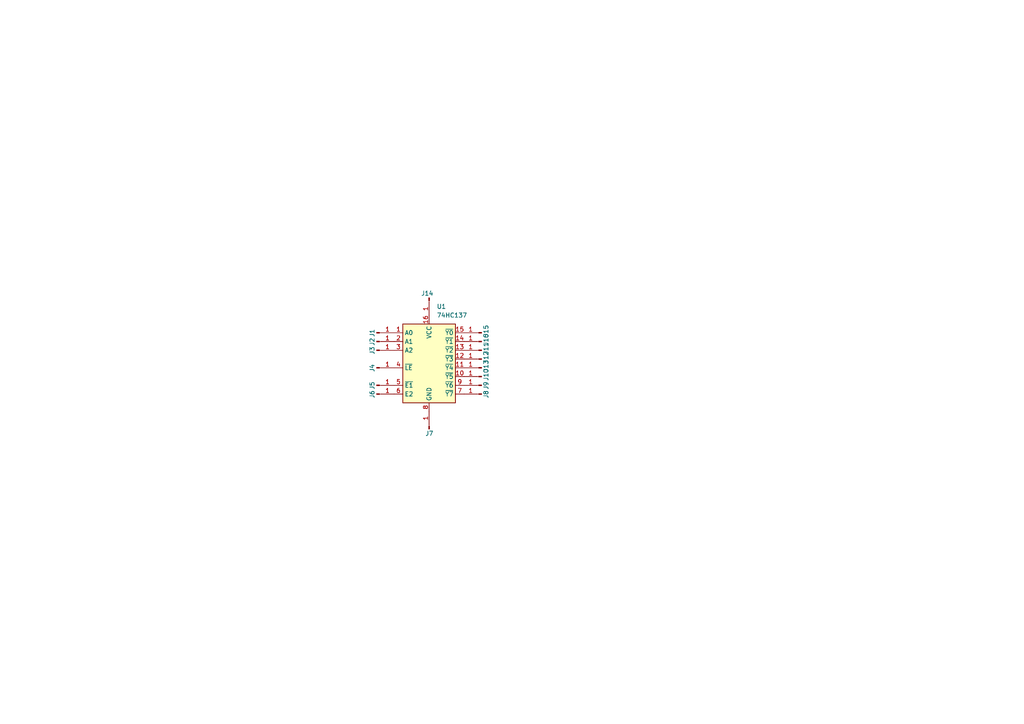
<source format=kicad_sch>
(kicad_sch (version 20230121) (generator eeschema)
  (paper "A4")
  (lib_symbols
    (symbol "74xx:74HC137"
      (property "Reference" "U" (at -7.62 13.97 0))
      (property "Value" "74HC137" (at 2.54 -11.43 0))
      (symbol "74HC137_0_1"
        (rectangle (start -7.62 12.7) (end 7.62 -10.16) (stroke (width 0.254)) (fill (type background)))
      )
      (symbol "74HC137_1_1"
        (pin input line (at -10.16 10.16 0) (length 2.54) (name "A0") (number "1"))
        (pin output line (at 10.16 -2.54 180) (length 2.54) (name "~{Y5}") (number "10"))
        (pin output line (at 10.16 0 180) (length 2.54) (name "~{Y4}") (number "11"))
        (pin output line (at 10.16 2.54 180) (length 2.54) (name "~{Y3}") (number "12"))
        (pin output line (at 10.16 5.08 180) (length 2.54) (name "~{Y2}") (number "13"))
        (pin output line (at 10.16 7.62 180) (length 2.54) (name "~{Y1}") (number "14"))
        (pin output line (at 10.16 10.16 180) (length 2.54) (name "~{Y0}") (number "15"))
        (pin power_in line (at 0 15.24 270) (length 2.54) (name "VCC") (number "16"))
        (pin input line (at -10.16 7.62 0) (length 2.54) (name "A1") (number "2"))
        (pin input line (at -10.16 5.08 0) (length 2.54) (name "A2") (number "3"))
        (pin input line (at -10.16 0 0) (length 2.54) (name "~{LE}") (number "4"))
        (pin input line (at -10.16 -5.08 0) (length 2.54) (name "~{E1}") (number "5"))
        (pin input line (at -10.16 -7.62 0) (length 2.54) (name "E2") (number "6"))
        (pin output line (at 10.16 -7.62 180) (length 2.54) (name "~{Y7}") (number "7"))
        (pin power_in line (at 0 -12.7 90) (length 2.54) (name "GND") (number "8"))
        (pin output line (at 10.16 -5.08 180) (length 2.54) (name "~{Y6}") (number "9"))
      )
    )
    (symbol "Connector:Conn_01x01_Pin" (pin_names (offset 1.016) hide)
      (property "Reference" "J" (at 0 2.54 0))
      (property "Value" "Conn_01x01_Pin" (at 0 -2.54 0))
      (symbol "Conn_01x01_Pin_1_1"
        (polyline (pts (xy 1.27 0) (xy 0.8636 0)) (stroke (width 0.1524)))
        (rectangle (start 0.8636 0.127) (end 0 -0.127) (stroke (width 0.1524)) (fill (type outline)))
        (pin passive line (at 5.08 0 180) (length 3.81) (name "Pin_1") (number "1"))
      )
    )
  )
  (symbol (lib_id "Connector:Conn_01x01_Pin") (at 139.7 114.3 0) (mirror y) (unit 1)
    (property "Reference" "J8" (at 140.97 115.57 90) (effects (justify left)))
    (property "Value" "Conn_01x01_Pin" (effects hide))
    (property "Footprint" "CustSymbols:ManhattanPad" (effects hide))
  )
  (symbol (lib_id "Connector:Conn_01x01_Pin") (at 109.22 96.52 0) (unit 1)
    (property "Reference" "J1" (at 107.95 97.79 90) (effects (justify left)))
    (property "Value" "Conn_01x01_Pin" (effects hide))
    (property "Footprint" "CustSymbols:ManhattanPad" (effects hide))
  )
  (symbol (lib_id "Connector:Conn_01x01_Pin") (at 139.7 109.22 0) (mirror y) (unit 1)
    (property "Reference" "J10" (at 140.97 110.49 90) (effects (justify left)))
    (property "Value" "Conn_01x01_Pin" (effects hide))
    (property "Footprint" "CustSymbols:ManhattanPad" (effects hide))
  )
  (symbol (lib_id "Connector:Conn_01x01_Pin") (at 109.22 99.06 0) (unit 1)
    (property "Reference" "J2" (at 107.95 100.33 90) (effects (justify left)))
    (property "Value" "Conn_01x01_Pin" (effects hide))
    (property "Footprint" "CustSymbols:ManhattanPad" (effects hide))
  )
  (symbol (lib_id "Connector:Conn_01x01_Pin") (at 109.22 114.3 0) (unit 1)
    (property "Reference" "J6" (at 107.95 115.57 90) (effects (justify left)))
    (property "Value" "Conn_01x01_Pin" (effects hide))
    (property "Footprint" "CustSymbols:ManhattanPad" (effects hide))
  )
  (symbol (lib_id "Connector:Conn_01x01_Pin") (at 139.7 111.76 0) (mirror y) (unit 1)
    (property "Reference" "J9" (at 140.97 113.03 90) (effects (justify left)))
    (property "Value" "Conn_01x01_Pin" (effects hide))
    (property "Footprint" "CustSymbols:ManhattanPad" (effects hide))
  )
  (symbol (lib_id "Connector:Conn_01x01_Pin") (at 109.22 106.68 0) (unit 1)
    (property "Reference" "J4" (at 107.95 107.95 90) (effects (justify left)))
    (property "Value" "Conn_01x01_Pin" (effects hide))
    (property "Footprint" "CustSymbols:ManhattanPad" (effects hide))
  )
  (symbol (lib_id "74xx:74HC137") (at 124.46 106.68 0) (unit 1)
    (property "Reference" "U1" (at 126.6541 88.9 0) (effects (justify left)))
    (property "Value" "74HC137" (at 126.6541 91.44 0) (effects (justify left)))
    (property "Footprint" "Package_SO:SOIC-16_3.9x9.9mm_P1.27mm" (effects hide))
    (property "Datasheet" "http://www.ti.com/lit/ds/symlink/cd74hc237.pdf" (effects hide))
  )
  (symbol (lib_id "Connector:Conn_01x01_Pin") (at 139.7 104.14 0) (mirror y) (unit 1)
    (property "Reference" "J12" (at 140.97 105.41 90) (effects (justify left)))
    (property "Value" "Conn_01x01_Pin" (effects hide))
    (property "Footprint" "CustSymbols:ManhattanPad" (effects hide))
  )
  (symbol (lib_id "Connector:Conn_01x01_Pin") (at 139.7 101.6 0) (mirror y) (unit 1)
    (property "Reference" "J11" (at 140.97 102.87 90) (effects (justify left)))
    (property "Value" "Conn_01x01_Pin" (effects hide))
    (property "Footprint" "CustSymbols:ManhattanPad" (effects hide))
  )
  (symbol (lib_id "Connector:Conn_01x01_Pin") (at 109.22 111.76 0) (unit 1)
    (property "Reference" "J5" (at 107.95 113.03 90) (effects (justify left)))
    (property "Value" "Conn_01x01_Pin" (effects hide))
    (property "Footprint" "CustSymbols:ManhattanPad" (effects hide))
  )
  (symbol (lib_id "Connector:Conn_01x01_Pin") (at 124.46 86.36 90) (mirror x) (unit 1)
    (property "Reference" "J14" (at 125.73 85.09 90) (effects (justify left)))
    (property "Value" "Conn_01x01_Pin" (effects hide))
    (property "Footprint" "CustSymbols:ManhattanPad" (effects hide))
  )
  (symbol (lib_id "Connector:Conn_01x01_Pin") (at 139.7 99.06 0) (mirror y) (unit 1)
    (property "Reference" "J16" (at 140.97 100.33 90) (effects (justify left)))
    (property "Value" "Conn_01x01_Pin" (effects hide))
    (property "Footprint" "CustSymbols:ManhattanPad" (effects hide))
  )
  (symbol (lib_id "Connector:Conn_01x01_Pin") (at 109.22 101.6 0) (unit 1)
    (property "Reference" "J3" (at 107.95 102.87 90) (effects (justify left)))
    (property "Value" "Conn_01x01_Pin" (effects hide))
    (property "Footprint" "CustSymbols:ManhattanPad" (effects hide))
  )
  (symbol (lib_id "Connector:Conn_01x01_Pin") (at 139.7 96.52 0) (mirror y) (unit 1)
    (property "Reference" "J15" (at 140.97 97.79 90) (effects (justify left)))
    (property "Value" "Conn_01x01_Pin" (effects hide))
    (property "Footprint" "CustSymbols:ManhattanPad" (effects hide))
  )
  (symbol (lib_id "Connector:Conn_01x01_Pin") (at 139.7 106.68 0) (mirror y) (unit 1)
    (property "Reference" "J13" (at 140.97 107.95 90) (effects (justify left)))
    (property "Value" "Conn_01x01_Pin" (effects hide))
    (property "Footprint" "CustSymbols:ManhattanPad" (effects hide))
  )
  (symbol (lib_id "Connector:Conn_01x01_Pin") (at 124.46 124.46 90) (unit 1)
    (property "Reference" "J7" (at 125.73 125.73 90) (effects (justify left)))
    (property "Value" "Conn_01x01_Pin" (effects hide))
    (property "Footprint" "CustSymbols:ManhattanPad" (effects hide))
  )
)
</source>
